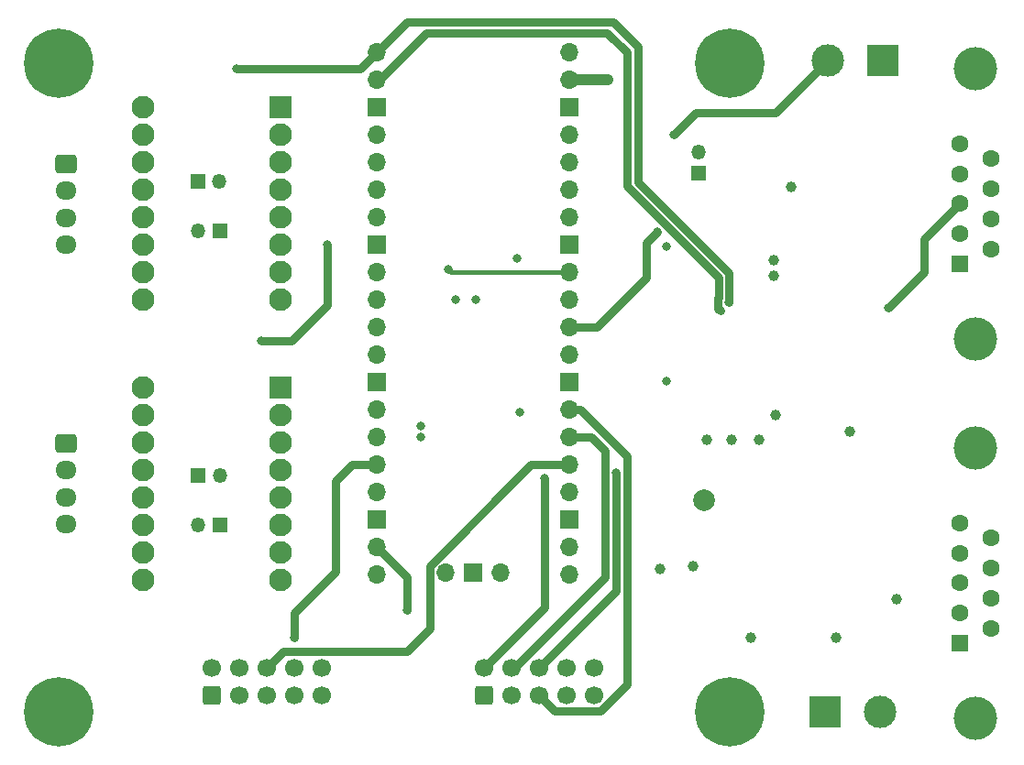
<source format=gbr>
%TF.GenerationSoftware,KiCad,Pcbnew,(7.0.0)*%
%TF.CreationDate,2023-03-02T20:10:48+13:00*%
%TF.ProjectId,pico_expansion_board,7069636f-5f65-4787-9061-6e73696f6e5f,rev?*%
%TF.SameCoordinates,Original*%
%TF.FileFunction,Copper,L4,Bot*%
%TF.FilePolarity,Positive*%
%FSLAX46Y46*%
G04 Gerber Fmt 4.6, Leading zero omitted, Abs format (unit mm)*
G04 Created by KiCad (PCBNEW (7.0.0)) date 2023-03-02 20:10:48*
%MOMM*%
%LPD*%
G01*
G04 APERTURE LIST*
G04 Aperture macros list*
%AMRoundRect*
0 Rectangle with rounded corners*
0 $1 Rounding radius*
0 $2 $3 $4 $5 $6 $7 $8 $9 X,Y pos of 4 corners*
0 Add a 4 corners polygon primitive as box body*
4,1,4,$2,$3,$4,$5,$6,$7,$8,$9,$2,$3,0*
0 Add four circle primitives for the rounded corners*
1,1,$1+$1,$2,$3*
1,1,$1+$1,$4,$5*
1,1,$1+$1,$6,$7*
1,1,$1+$1,$8,$9*
0 Add four rect primitives between the rounded corners*
20,1,$1+$1,$2,$3,$4,$5,0*
20,1,$1+$1,$4,$5,$6,$7,0*
20,1,$1+$1,$6,$7,$8,$9,0*
20,1,$1+$1,$8,$9,$2,$3,0*%
G04 Aperture macros list end*
%TA.AperFunction,ComponentPad*%
%ADD10R,1.350000X1.350000*%
%TD*%
%TA.AperFunction,ComponentPad*%
%ADD11O,1.350000X1.350000*%
%TD*%
%TA.AperFunction,ComponentPad*%
%ADD12R,3.000000X3.000000*%
%TD*%
%TA.AperFunction,ComponentPad*%
%ADD13C,3.000000*%
%TD*%
%TA.AperFunction,ComponentPad*%
%ADD14C,6.400000*%
%TD*%
%TA.AperFunction,ComponentPad*%
%ADD15RoundRect,0.250000X0.600000X-0.600000X0.600000X0.600000X-0.600000X0.600000X-0.600000X-0.600000X0*%
%TD*%
%TA.AperFunction,ComponentPad*%
%ADD16C,1.700000*%
%TD*%
%TA.AperFunction,ComponentPad*%
%ADD17O,1.700000X1.700000*%
%TD*%
%TA.AperFunction,ComponentPad*%
%ADD18R,1.700000X1.700000*%
%TD*%
%TA.AperFunction,ComponentPad*%
%ADD19RoundRect,0.250000X-0.725000X0.600000X-0.725000X-0.600000X0.725000X-0.600000X0.725000X0.600000X0*%
%TD*%
%TA.AperFunction,ComponentPad*%
%ADD20O,1.950000X1.700000*%
%TD*%
%TA.AperFunction,ComponentPad*%
%ADD21C,4.000000*%
%TD*%
%TA.AperFunction,ComponentPad*%
%ADD22R,1.600000X1.600000*%
%TD*%
%TA.AperFunction,ComponentPad*%
%ADD23C,1.600000*%
%TD*%
%TA.AperFunction,ComponentPad*%
%ADD24R,2.100000X2.100000*%
%TD*%
%TA.AperFunction,ComponentPad*%
%ADD25C,2.100000*%
%TD*%
%TA.AperFunction,ViaPad*%
%ADD26C,0.800000*%
%TD*%
%TA.AperFunction,ViaPad*%
%ADD27C,2.000000*%
%TD*%
%TA.AperFunction,ViaPad*%
%ADD28C,1.000000*%
%TD*%
%TA.AperFunction,Conductor*%
%ADD29C,0.762000*%
%TD*%
%TA.AperFunction,Conductor*%
%ADD30C,1.000000*%
%TD*%
%TA.AperFunction,Conductor*%
%ADD31C,0.406400*%
%TD*%
G04 APERTURE END LIST*
D10*
%TO.P,JP9,1,A*%
%TO.N,Net-(JP9-A)*%
X114553999Y-73405999D03*
D11*
%TO.P,JP9,2,B*%
%TO.N,Net-(J10-Pin_1)*%
X114553999Y-71405999D03*
%TD*%
D10*
%TO.P,JP4,1,A*%
%TO.N,Net-(J3-PDN)*%
X70341999Y-105907999D03*
D11*
%TO.P,JP4,2,B*%
%TO.N,MOTOR_UART*%
X68341999Y-105907999D03*
%TD*%
D10*
%TO.P,JP3,1,A*%
%TO.N,MOTOR_UART*%
X68357999Y-101345999D03*
D11*
%TO.P,JP3,2,B*%
%TO.N,Net-(J3-UART)*%
X70357999Y-101345999D03*
%TD*%
D10*
%TO.P,JP2,1,A*%
%TO.N,Net-(J2-PDN)*%
X70341999Y-78739999D03*
D11*
%TO.P,JP2,2,B*%
%TO.N,MOTOR_UART*%
X68341999Y-78739999D03*
%TD*%
D10*
%TO.P,JP1,1,A*%
%TO.N,MOTOR_UART*%
X68315999Y-74167999D03*
D11*
%TO.P,JP1,2,B*%
%TO.N,Net-(J2-UART)*%
X70315999Y-74167999D03*
%TD*%
D12*
%TO.P,J1,1,Pin_1*%
%TO.N,GND*%
X126237999Y-123189999D03*
D13*
%TO.P,J1,2,Pin_2*%
%TO.N,VCC*%
X131318000Y-123190000D03*
%TD*%
D14*
%TO.P,H2,1*%
%TO.N,N/C*%
X55512000Y-123190000D03*
%TD*%
%TO.P,H4,1*%
%TO.N,N/C*%
X117488000Y-63246000D03*
%TD*%
D15*
%TO.P,J8,1,Pin_1*%
%TO.N,unconnected-(J8-Pin_1-Pad1)*%
X94742000Y-121666000D03*
D16*
%TO.P,J8,2,Pin_2*%
%TO.N,BTN_ENC*%
X94742000Y-119126000D03*
%TO.P,J8,3,Pin_3*%
%TO.N,LCD_CS*%
X97282000Y-121666000D03*
%TO.P,J8,4,Pin_4*%
%TO.N,LCD_A0*%
X97282000Y-119126000D03*
%TO.P,J8,5,Pin_5*%
%TO.N,LCD_RST*%
X99822000Y-121666000D03*
%TO.P,J8,6,Pin_6*%
%TO.N,NEOPIXEL*%
X99822000Y-119126000D03*
%TO.P,J8,7,Pin_7*%
%TO.N,unconnected-(J8-Pin_7-Pad7)*%
X102362000Y-121666000D03*
%TO.P,J8,8,Pin_8*%
%TO.N,unconnected-(J8-Pin_8-Pad8)*%
X102362000Y-119126000D03*
%TO.P,J8,9,Pin_9*%
%TO.N,GND*%
X104902000Y-121666000D03*
%TO.P,J8,10,Pin_10*%
%TO.N,+5V*%
X104902000Y-119126000D03*
%TD*%
D12*
%TO.P,J10,1,Pin_1*%
%TO.N,Net-(J10-Pin_1)*%
X131571999Y-62991999D03*
D13*
%TO.P,J10,2,Pin_2*%
%TO.N,Net-(J10-Pin_2)*%
X126492000Y-62992000D03*
%TD*%
D17*
%TO.P,U3,1,GPIO0*%
%TO.N,SCALE_UART_RX*%
X84835999Y-62229999D03*
%TO.P,U3,2,GPIO1*%
%TO.N,SCALE_UART_TX*%
X84835999Y-64769999D03*
D18*
%TO.P,U3,3,GND*%
%TO.N,GND*%
X84835999Y-67309999D03*
D17*
%TO.P,U3,4,GPIO2*%
%TO.N,M1_DIR*%
X84835999Y-69849999D03*
%TO.P,U3,5,GPIO3*%
%TO.N,M1_STEP*%
X84835999Y-72389999D03*
%TO.P,U3,6,GPIO4*%
%TO.N,UART1_TX*%
X84835999Y-74929999D03*
%TO.P,U3,7,GPIO5*%
%TO.N,MOTOR_UART*%
X84835999Y-77469999D03*
D18*
%TO.P,U3,8,GND*%
%TO.N,GND*%
X84835999Y-80009999D03*
D17*
%TO.P,U3,9,GPIO6*%
%TO.N,M1_EN*%
X84835999Y-82549999D03*
%TO.P,U3,10,GPIO7*%
%TO.N,M2_DIR*%
X84835999Y-85089999D03*
%TO.P,U3,11,GPIO8*%
%TO.N,M2_STEP*%
X84835999Y-87629999D03*
%TO.P,U3,12,GPIO9*%
%TO.N,M2_EN*%
X84835999Y-90169999D03*
D18*
%TO.P,U3,13,GND*%
%TO.N,GND*%
X84835999Y-92709999D03*
D17*
%TO.P,U3,14,GPIO10*%
%TO.N,EEPROM_SDA*%
X84835999Y-95249999D03*
%TO.P,U3,15,GPIO11*%
%TO.N,EEPROM_SCL*%
X84835999Y-97789999D03*
%TO.P,U3,16,GPIO12*%
%TO.N,BTN_RST*%
X84835999Y-100329999D03*
%TO.P,U3,17,GPIO13*%
%TO.N,Net-(U3-GPIO13)*%
X84835999Y-102869999D03*
D18*
%TO.P,U3,18,GND*%
%TO.N,GND*%
X84835999Y-105409999D03*
D17*
%TO.P,U3,19,GPIO14*%
%TO.N,BTN_EN2*%
X84835999Y-107949999D03*
%TO.P,U3,20,GPIO15*%
%TO.N,BTN_EN1*%
X84835999Y-110489999D03*
%TO.P,U3,21,GPIO16*%
%TO.N,SPI0_MISO*%
X102615999Y-110489999D03*
%TO.P,U3,22,GPIO17*%
%TO.N,LCD_CS*%
X102615999Y-107949999D03*
D18*
%TO.P,U3,23,GND*%
%TO.N,GND*%
X102615999Y-105409999D03*
D17*
%TO.P,U3,24,GPIO18*%
%TO.N,LED_SCK*%
X102615999Y-102869999D03*
%TO.P,U3,25,GPIO19*%
%TO.N,LCD_MOSI*%
X102615999Y-100329999D03*
%TO.P,U3,26,GPIO20*%
%TO.N,LCD_A0*%
X102615999Y-97789999D03*
%TO.P,U3,27,GPIO21*%
%TO.N,LCD_RST*%
X102615999Y-95249999D03*
D18*
%TO.P,U3,28,GND*%
%TO.N,GND*%
X102615999Y-92709999D03*
D17*
%TO.P,U3,29,GPIO22*%
%TO.N,BTN_ENC*%
X102615999Y-90169999D03*
%TO.P,U3,30,RUN*%
%TO.N,PICO_RESET_BTN*%
X102615999Y-87629999D03*
%TO.P,U3,31,GPIO26_ADC0*%
%TO.N,NEOPIXEL*%
X102615999Y-85089999D03*
%TO.P,U3,32,GPIO27_ADC1*%
%TO.N,CAN_TX*%
X102615999Y-82549999D03*
D18*
%TO.P,U3,33,AGND*%
%TO.N,GND*%
X102615999Y-80009999D03*
D17*
%TO.P,U3,34,GPIO28_ADC2*%
%TO.N,CAN_RX*%
X102615999Y-77469999D03*
%TO.P,U3,35,ADC_VREF*%
%TO.N,unconnected-(U3-ADC_VREF-Pad35)*%
X102615999Y-74929999D03*
%TO.P,U3,36,3V3*%
%TO.N,+3.3V*%
X102615999Y-72389999D03*
%TO.P,U3,37,3V3_EN*%
%TO.N,unconnected-(U3-3V3_EN-Pad37)*%
X102615999Y-69849999D03*
D18*
%TO.P,U3,38,GND*%
%TO.N,GND*%
X102615999Y-67309999D03*
D17*
%TO.P,U3,39,VSYS*%
%TO.N,+5V*%
X102615999Y-64769999D03*
%TO.P,U3,40,VBUS*%
%TO.N,unconnected-(U3-VBUS-Pad40)*%
X102615999Y-62229999D03*
%TO.P,U3,41,SWCLK*%
%TO.N,unconnected-(U3-SWCLK-Pad41)*%
X91185999Y-110259999D03*
D18*
%TO.P,U3,42,GND*%
%TO.N,unconnected-(U3-GND-Pad42)*%
X93725999Y-110259999D03*
D17*
%TO.P,U3,43,SWDIO*%
%TO.N,unconnected-(U3-SWDIO-Pad43)*%
X96265999Y-110259999D03*
%TD*%
D19*
%TO.P,J4,1,Pin_1*%
%TO.N,Net-(J2-B2)*%
X56134000Y-72510000D03*
D20*
%TO.P,J4,2,Pin_2*%
%TO.N,Net-(J2-B1)*%
X56133999Y-75009999D03*
%TO.P,J4,3,Pin_3*%
%TO.N,Net-(J2-A1)*%
X56133999Y-77509999D03*
%TO.P,J4,4,Pin_4*%
%TO.N,Net-(J2-A2)*%
X56133999Y-80009999D03*
%TD*%
D19*
%TO.P,J5,1,Pin_1*%
%TO.N,Net-(J3-B2)*%
X56134000Y-98338000D03*
D20*
%TO.P,J5,2,Pin_2*%
%TO.N,Net-(J3-B1)*%
X56133999Y-100837999D03*
%TO.P,J5,3,Pin_3*%
%TO.N,Net-(J3-A1)*%
X56133999Y-103337999D03*
%TO.P,J5,4,Pin_4*%
%TO.N,Net-(J3-A2)*%
X56133999Y-105837999D03*
%TD*%
D14*
%TO.P,H1,1*%
%TO.N,N/C*%
X55512000Y-63246000D03*
%TD*%
D21*
%TO.P,J7,0,PAD*%
%TO.N,GND*%
X140139669Y-88710000D03*
X140139669Y-63710000D03*
D22*
%TO.P,J7,1,1*%
%TO.N,unconnected-(J7-Pad1)*%
X138719668Y-81749999D03*
D23*
%TO.P,J7,2,2*%
%TO.N,SCALE_TXD*%
X138719669Y-78980000D03*
%TO.P,J7,3,3*%
%TO.N,SCALE_RXD*%
X138719669Y-76210000D03*
%TO.P,J7,4,4*%
%TO.N,unconnected-(J7-Pad4)*%
X138719669Y-73440000D03*
%TO.P,J7,5,5*%
%TO.N,unconnected-(J7-Pad5)*%
X138719669Y-70670000D03*
%TO.P,J7,6,6*%
%TO.N,unconnected-(J7-Pad6)*%
X141559669Y-80365000D03*
%TO.P,J7,7,7*%
%TO.N,unconnected-(J7-Pad7)*%
X141559669Y-77595000D03*
%TO.P,J7,8,8*%
%TO.N,unconnected-(J7-Pad8)*%
X141559669Y-74825000D03*
%TO.P,J7,9,9*%
%TO.N,unconnected-(J7-Pad9)*%
X141559669Y-72055000D03*
%TD*%
D24*
%TO.P,J3,1,DIR*%
%TO.N,M2_DIR*%
X75945999Y-93217999D03*
D25*
%TO.P,J3,2,STEP*%
%TO.N,M2_STEP*%
X75946000Y-95758000D03*
%TO.P,J3,3,CLK*%
%TO.N,GND*%
X75946000Y-98298000D03*
%TO.P,J3,4,UART*%
%TO.N,Net-(J3-UART)*%
X75946000Y-100838000D03*
%TO.P,J3,5,PDN*%
%TO.N,Net-(J3-PDN)*%
X75946000Y-103378000D03*
%TO.P,J3,6,MS2*%
%TO.N,GND*%
X75946000Y-105918000D03*
%TO.P,J3,7,MS1*%
%TO.N,+5V*%
X75946000Y-108458000D03*
%TO.P,J3,8,EN*%
%TO.N,M2_EN*%
X75946000Y-110998000D03*
%TO.P,J3,9,VM*%
%TO.N,VCC*%
X63246000Y-110998000D03*
%TO.P,J3,10,GND*%
%TO.N,GND*%
X63246000Y-108458000D03*
%TO.P,J3,11,A2*%
%TO.N,Net-(J3-A2)*%
X63246000Y-105918000D03*
%TO.P,J3,12,A1*%
%TO.N,Net-(J3-A1)*%
X63246000Y-103378000D03*
%TO.P,J3,13,B1*%
%TO.N,Net-(J3-B1)*%
X63246000Y-100838000D03*
%TO.P,J3,14,B2*%
%TO.N,Net-(J3-B2)*%
X63246000Y-98298000D03*
%TO.P,J3,15,VDD*%
%TO.N,+5V*%
X63246000Y-95758000D03*
%TO.P,J3,16,GND*%
%TO.N,GND*%
X63246000Y-93218000D03*
%TD*%
D21*
%TO.P,J6,0,PAD*%
%TO.N,GND*%
X140139669Y-123762000D03*
X140139669Y-98762000D03*
D22*
%TO.P,J6,1,1*%
%TO.N,unconnected-(J6-Pad1)*%
X138719668Y-116801999D03*
D23*
%TO.P,J6,2,2*%
%TO.N,SCALE_RXD*%
X138719669Y-114032000D03*
%TO.P,J6,3,3*%
%TO.N,SCALE_TXD*%
X138719669Y-111262000D03*
%TO.P,J6,4,4*%
%TO.N,unconnected-(J6-Pad4)*%
X138719669Y-108492000D03*
%TO.P,J6,5,5*%
%TO.N,unconnected-(J6-Pad5)*%
X138719669Y-105722000D03*
%TO.P,J6,6,6*%
%TO.N,unconnected-(J6-Pad6)*%
X141559669Y-115417000D03*
%TO.P,J6,7,7*%
%TO.N,unconnected-(J6-Pad7)*%
X141559669Y-112647000D03*
%TO.P,J6,8,8*%
%TO.N,unconnected-(J6-Pad8)*%
X141559669Y-109877000D03*
%TO.P,J6,9,9*%
%TO.N,unconnected-(J6-Pad9)*%
X141559669Y-107107000D03*
%TD*%
D24*
%TO.P,J2,1,DIR*%
%TO.N,M1_DIR*%
X75945999Y-67241999D03*
D25*
%TO.P,J2,2,STEP*%
%TO.N,M1_STEP*%
X75946000Y-69782000D03*
%TO.P,J2,3,CLK*%
%TO.N,GND*%
X75946000Y-72322000D03*
%TO.P,J2,4,UART*%
%TO.N,Net-(J2-UART)*%
X75946000Y-74862000D03*
%TO.P,J2,5,PDN*%
%TO.N,Net-(J2-PDN)*%
X75946000Y-77402000D03*
%TO.P,J2,6,MS2*%
%TO.N,GND*%
X75946000Y-79942000D03*
%TO.P,J2,7,MS1*%
X75946000Y-82482000D03*
%TO.P,J2,8,EN*%
%TO.N,M1_EN*%
X75946000Y-85022000D03*
%TO.P,J2,9,VM*%
%TO.N,VCC*%
X63246000Y-85022000D03*
%TO.P,J2,10,GND*%
%TO.N,GND*%
X63246000Y-82482000D03*
%TO.P,J2,11,A2*%
%TO.N,Net-(J2-A2)*%
X63246000Y-79942000D03*
%TO.P,J2,12,A1*%
%TO.N,Net-(J2-A1)*%
X63246000Y-77402000D03*
%TO.P,J2,13,B1*%
%TO.N,Net-(J2-B1)*%
X63246000Y-74862000D03*
%TO.P,J2,14,B2*%
%TO.N,Net-(J2-B2)*%
X63246000Y-72322000D03*
%TO.P,J2,15,VDD*%
%TO.N,+5V*%
X63246000Y-69782000D03*
%TO.P,J2,16,GND*%
%TO.N,GND*%
X63246000Y-67242000D03*
%TD*%
D14*
%TO.P,H3,1*%
%TO.N,N/C*%
X117488000Y-123190000D03*
%TD*%
D15*
%TO.P,J9,1,Pin_1*%
%TO.N,unconnected-(J9-Pin_1-Pad1)*%
X69596000Y-121666000D03*
D16*
%TO.P,J9,2,Pin_2*%
%TO.N,LED_SCK*%
X69596000Y-119126000D03*
%TO.P,J9,3,Pin_3*%
%TO.N,BTN_EN1*%
X72136000Y-121666000D03*
%TO.P,J9,4,Pin_4*%
%TO.N,unconnected-(J9-Pin_4-Pad4)*%
X72136000Y-119126000D03*
%TO.P,J9,5,Pin_5*%
%TO.N,BTN_EN2*%
X74676000Y-121666000D03*
%TO.P,J9,6,Pin_6*%
%TO.N,LCD_MOSI*%
X74676000Y-119126000D03*
%TO.P,J9,7,Pin_7*%
%TO.N,unconnected-(J9-Pin_7-Pad7)*%
X77216000Y-121666000D03*
%TO.P,J9,8,Pin_8*%
%TO.N,BTN_RST*%
X77216000Y-119126000D03*
%TO.P,J9,9,Pin_9*%
%TO.N,GND*%
X79756000Y-121666000D03*
%TO.P,J9,10,Pin_10*%
%TO.N,+5V*%
X79756000Y-119126000D03*
%TD*%
D26*
%TO.N,GND*%
X111571000Y-92583000D03*
D27*
X115062000Y-103632000D03*
D26*
X98044000Y-95504000D03*
D28*
X119380000Y-116332000D03*
D26*
X92106000Y-85090000D03*
X97790000Y-81280000D03*
D28*
X127254000Y-116332000D03*
D26*
X88900000Y-96774000D03*
D28*
X121543000Y-82865000D03*
X114046000Y-109728000D03*
X123154000Y-74640000D03*
X121666000Y-95758000D03*
D26*
%TO.N,+5V*%
X94006000Y-85090000D03*
D28*
X115316000Y-98044000D03*
X117602000Y-98044000D03*
X120142000Y-98044000D03*
D26*
X88900000Y-97790000D03*
X111571000Y-80137000D03*
D28*
X128524000Y-97282000D03*
X121477000Y-81407000D03*
X110998000Y-109982000D03*
X106172000Y-64770000D03*
%TO.N,VCC*%
X132842000Y-112776000D03*
D26*
%TO.N,BTN_ENC*%
X100330000Y-101600000D03*
%TO.N,NEOPIXEL*%
X106934000Y-101092000D03*
%TO.N,BTN_EN2*%
X87630000Y-113792000D03*
%TO.N,BTN_RST*%
X77216000Y-116332000D03*
%TO.N,MOTOR_UART*%
X74168000Y-88900000D03*
X80264000Y-80010000D03*
%TO.N,SCALE_RXD*%
X132080000Y-85852000D03*
%TO.N,SCALE_UART_TX*%
X116586000Y-86106000D03*
%TO.N,SCALE_UART_RX*%
X117370619Y-85321381D03*
X71882000Y-63754000D03*
%TO.N,PICO_RESET_BTN*%
X110761750Y-78757750D03*
%TO.N,Net-(J10-Pin_2)*%
X112268000Y-69850000D03*
%TO.N,CAN_TX*%
X91440000Y-82296000D03*
%TD*%
D29*
%TO.N,SCALE_RXD*%
X135382000Y-79502000D02*
X138674000Y-76210000D01*
X138674000Y-76210000D02*
X138719669Y-76210000D01*
X135382000Y-82550000D02*
X135382000Y-79502000D01*
X132080000Y-85852000D02*
X135382000Y-82550000D01*
D30*
%TO.N,+5V*%
X102616000Y-64770000D02*
X106172000Y-64770000D01*
D29*
%TO.N,LCD_RST*%
X99822000Y-121666000D02*
X101253000Y-123097000D01*
X101253000Y-123097000D02*
X105494740Y-123097000D01*
X107950000Y-99568000D02*
X103632000Y-95250000D01*
X107950000Y-120641740D02*
X107950000Y-99568000D01*
X105494740Y-123097000D02*
X107950000Y-120641740D01*
X103632000Y-95250000D02*
X102616000Y-95250000D01*
%TO.N,BTN_ENC*%
X100330000Y-104140000D02*
X100330000Y-101600000D01*
X100330000Y-113538000D02*
X100330000Y-104140000D01*
X94742000Y-119126000D02*
X100330000Y-113538000D01*
%TO.N,LCD_A0*%
X105918000Y-99060000D02*
X104648000Y-97790000D01*
X97282000Y-119126000D02*
X97536000Y-119126000D01*
X104648000Y-97790000D02*
X102616000Y-97790000D01*
X105918000Y-110744000D02*
X105918000Y-99060000D01*
X97536000Y-119126000D02*
X105918000Y-110744000D01*
%TO.N,NEOPIXEL*%
X106934000Y-112014000D02*
X106934000Y-101092000D01*
X99822000Y-119126000D02*
X106934000Y-112014000D01*
%TO.N,BTN_EN2*%
X87630000Y-113792000D02*
X87630000Y-110744000D01*
X87630000Y-110744000D02*
X84836000Y-107950000D01*
%TO.N,LCD_MOSI*%
X74676000Y-119126000D02*
X76200000Y-117602000D01*
X76200000Y-117602000D02*
X87630000Y-117602000D01*
X89755000Y-115477000D02*
X89755000Y-109667260D01*
X89755000Y-109667260D02*
X99092260Y-100330000D01*
X87630000Y-117602000D02*
X89755000Y-115477000D01*
X99092260Y-100330000D02*
X102616000Y-100330000D01*
%TO.N,BTN_RST*%
X77216000Y-116332000D02*
X77216000Y-114046000D01*
X81026000Y-101854000D02*
X82550000Y-100330000D01*
X81026000Y-110236000D02*
X81026000Y-101854000D01*
X77216000Y-114046000D02*
X81026000Y-110236000D01*
X82550000Y-100330000D02*
X84836000Y-100330000D01*
%TO.N,MOTOR_UART*%
X80264000Y-80010000D02*
X80264000Y-85598000D01*
X80264000Y-85598000D02*
X76962000Y-88900000D01*
X76962000Y-88900000D02*
X74168000Y-88900000D01*
%TO.N,SCALE_UART_TX*%
X106118000Y-60398000D02*
X89462000Y-60398000D01*
X89462000Y-60398000D02*
X85090000Y-64770000D01*
X107950000Y-74558656D02*
X107950000Y-62230000D01*
X116586000Y-86106000D02*
X116389619Y-85909619D01*
X116408619Y-84896037D02*
X116408619Y-83017275D01*
X116389619Y-84915037D02*
X116408619Y-84896037D01*
X116408619Y-83017275D02*
X107950000Y-74558656D01*
X85090000Y-64770000D02*
X84836000Y-64770000D01*
X116389619Y-85909619D02*
X116389619Y-84915037D01*
X107950000Y-62230000D02*
X106118000Y-60398000D01*
%TO.N,SCALE_UART_RX*%
X117370619Y-85321381D02*
X117370619Y-82618801D01*
X87630000Y-59436000D02*
X84836000Y-62230000D01*
X108966000Y-61722000D02*
X106680000Y-59436000D01*
X83312000Y-63754000D02*
X84836000Y-62230000D01*
X117370619Y-82618801D02*
X108966000Y-74214182D01*
X108966000Y-74214182D02*
X108966000Y-61722000D01*
X106680000Y-59436000D02*
X87630000Y-59436000D01*
X71882000Y-63754000D02*
X83312000Y-63754000D01*
%TO.N,PICO_RESET_BTN*%
X105156000Y-87630000D02*
X102616000Y-87630000D01*
X110761750Y-78757750D02*
X109728000Y-79791500D01*
X109728000Y-83058000D02*
X105156000Y-87630000D01*
X109728000Y-79791500D02*
X109728000Y-83058000D01*
%TO.N,Net-(J10-Pin_2)*%
X114300000Y-67818000D02*
X121666000Y-67818000D01*
X112268000Y-69850000D02*
X114300000Y-67818000D01*
X121666000Y-67818000D02*
X126492000Y-62992000D01*
D31*
%TO.N,CAN_TX*%
X91694000Y-82550000D02*
X102616000Y-82550000D01*
X91440000Y-82296000D02*
X91694000Y-82550000D01*
%TD*%
M02*

</source>
